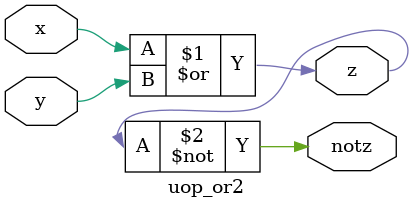
<source format=sv>


// Outputs are declared before inputs by convention
module uop_or2 (output wire z, notz, input wire x,y);

//Wire assignment
assign z = x | y;	//Operators based on C
assign notz = ~z;

// Later we see the preferred always_comb and always_ff
endmodule



</source>
